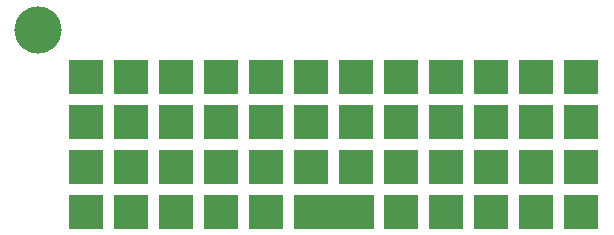
<source format=gbr>
G04 #@! TF.GenerationSoftware,KiCad,Pcbnew,(5.1.10-1-10_14)*
G04 #@! TF.CreationDate,2021-08-18T21:17:47-05:00*
G04 #@! TF.ProjectId,PCB-Keychains,5043422d-4b65-4796-9368-61696e732e6b,rev?*
G04 #@! TF.SameCoordinates,Original*
G04 #@! TF.FileFunction,Soldermask,Top*
G04 #@! TF.FilePolarity,Negative*
%FSLAX46Y46*%
G04 Gerber Fmt 4.6, Leading zero omitted, Abs format (unit mm)*
G04 Created by KiCad (PCBNEW (5.1.10-1-10_14)) date 2021-08-18 21:17:47*
%MOMM*%
%LPD*%
G01*
G04 APERTURE LIST*
%ADD10C,4.000000*%
%ADD11R,3.000000X3.000000*%
%ADD12R,6.810000X3.000000*%
G04 APERTURE END LIST*
D10*
X160705200Y-40773600D03*
D11*
X172402500Y-56197500D03*
X202882500Y-56197500D03*
X191452500Y-56197500D03*
X206692500Y-56197500D03*
X195262500Y-56197500D03*
X176212500Y-56197500D03*
X168592500Y-56197500D03*
X199072500Y-56197500D03*
X180022500Y-56197500D03*
X164782500Y-56197500D03*
X172402500Y-52387500D03*
X202882500Y-52387500D03*
X187642500Y-52387500D03*
X191452500Y-52387500D03*
X206692500Y-52387500D03*
X195262500Y-52387500D03*
X176212500Y-52387500D03*
X168592500Y-52387500D03*
X199072500Y-52387500D03*
X180022500Y-52387500D03*
X183832500Y-52387500D03*
X164782500Y-52387500D03*
X172402500Y-48577500D03*
X202882500Y-48577500D03*
X187642500Y-48577500D03*
X191452500Y-48577500D03*
X206692500Y-48577500D03*
X195262500Y-48577500D03*
X176212500Y-48577500D03*
X168592500Y-48577500D03*
X199072500Y-48577500D03*
X180022500Y-48577500D03*
X183832500Y-48577500D03*
X164782500Y-48577500D03*
X172402500Y-44767500D03*
X202882500Y-44767500D03*
X187642500Y-44767500D03*
X191452500Y-44767500D03*
X206692500Y-44767500D03*
X195262500Y-44767500D03*
X176212500Y-44767500D03*
X168592500Y-44767500D03*
X199072500Y-44767500D03*
X180022500Y-44767500D03*
X183832500Y-44767500D03*
X164782500Y-44767500D03*
D12*
X185737500Y-56197500D03*
M02*

</source>
